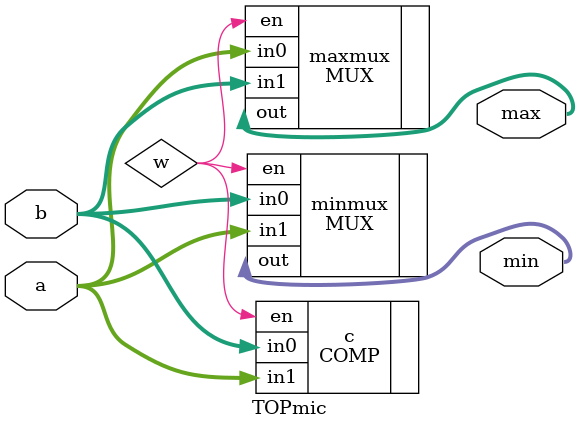
<source format=v>
`timescale 1ns / 1ps

module TOPmic(
    input [3:0] a,
    input [3:0] b,
    output [3:0] min,
    output [3:0] max
    );

wire w;
COMP c (.in1(a),
        .in0(b),
        .en(w));
MUX minmux (.in1(a),
         .in0(b),
         .en(w),
         .out(min));
MUX maxmux (.in1(b),
         .in0(a),
         .en(w),
         .out(max));         
endmodule

</source>
